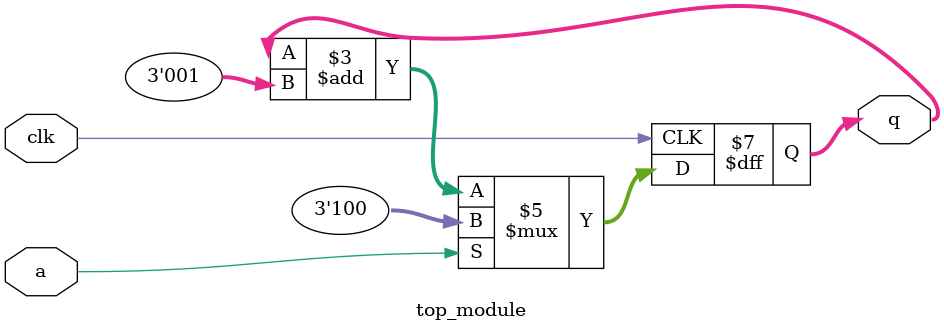
<source format=sv>
module top_module (
    input clk,
    input a, 
    output reg [2:0] q
);

always @(posedge clk) begin
    if (a == 1'b1)
        q <= 3'b100;
    else
        q <= q + 3'b001;
end

endmodule

</source>
